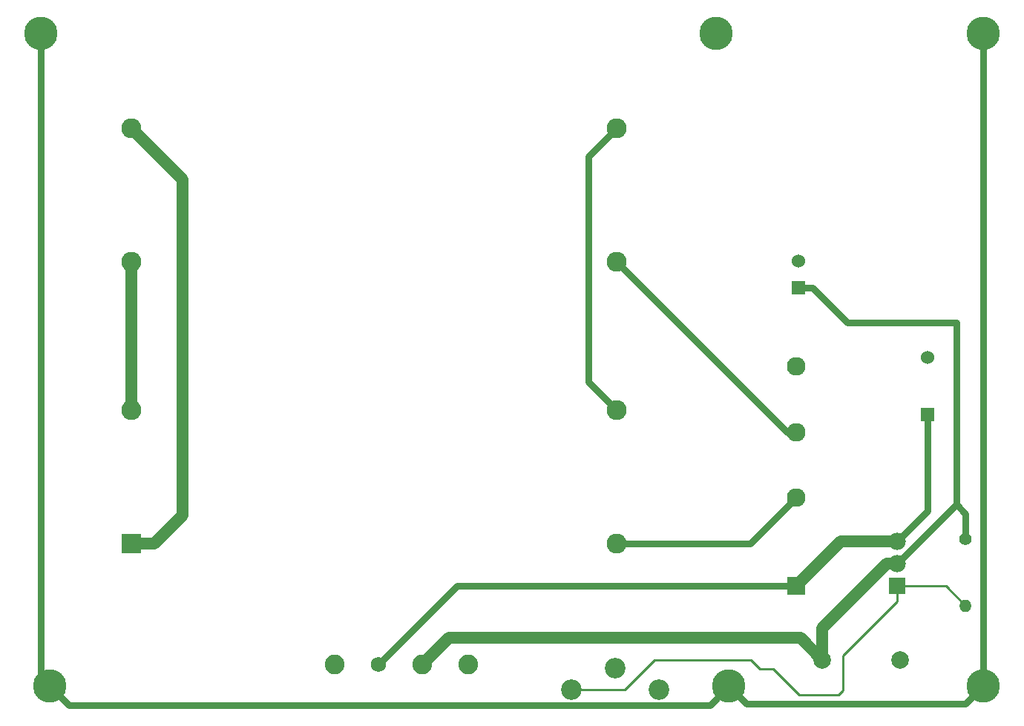
<source format=gtl>
G04 #@! TF.GenerationSoftware,KiCad,Pcbnew,8.0.3*
G04 #@! TF.CreationDate,2024-06-16T23:51:53-05:00*
G04 #@! TF.ProjectId,Linear Power Supply - Summer 2024,4c696e65-6172-4205-906f-776572205375,rev?*
G04 #@! TF.SameCoordinates,Original*
G04 #@! TF.FileFunction,Copper,L1,Top*
G04 #@! TF.FilePolarity,Positive*
%FSLAX46Y46*%
G04 Gerber Fmt 4.6, Leading zero omitted, Abs format (unit mm)*
G04 Created by KiCad (PCBNEW 8.0.3) date 2024-06-16 23:51:53*
%MOMM*%
%LPD*%
G01*
G04 APERTURE LIST*
G04 #@! TA.AperFunction,ComponentPad*
%ADD10R,1.524000X1.524000*%
G04 #@! TD*
G04 #@! TA.AperFunction,ComponentPad*
%ADD11C,1.524000*%
G04 #@! TD*
G04 #@! TA.AperFunction,ComponentPad*
%ADD12C,1.980000*%
G04 #@! TD*
G04 #@! TA.AperFunction,ComponentPad*
%ADD13R,1.980000X1.980000*%
G04 #@! TD*
G04 #@! TA.AperFunction,ComponentPad*
%ADD14C,2.130000*%
G04 #@! TD*
G04 #@! TA.AperFunction,ComponentPad*
%ADD15R,2.130000X2.130000*%
G04 #@! TD*
G04 #@! TA.AperFunction,ComponentPad*
%ADD16C,3.800000*%
G04 #@! TD*
G04 #@! TA.AperFunction,ComponentPad*
%ADD17C,1.400000*%
G04 #@! TD*
G04 #@! TA.AperFunction,ComponentPad*
%ADD18O,1.400000X1.400000*%
G04 #@! TD*
G04 #@! TA.AperFunction,ComponentPad*
%ADD19C,2.340000*%
G04 #@! TD*
G04 #@! TA.AperFunction,ComponentPad*
%ADD20R,2.286000X2.286000*%
G04 #@! TD*
G04 #@! TA.AperFunction,ComponentPad*
%ADD21C,2.286000*%
G04 #@! TD*
G04 #@! TA.AperFunction,ViaPad*
%ADD22C,2.250000*%
G04 #@! TD*
G04 #@! TA.AperFunction,ViaPad*
%ADD23C,1.750000*%
G04 #@! TD*
G04 #@! TA.AperFunction,ViaPad*
%ADD24C,2.000000*%
G04 #@! TD*
G04 #@! TA.AperFunction,Conductor*
%ADD25C,0.800000*%
G04 #@! TD*
G04 #@! TA.AperFunction,Conductor*
%ADD26C,1.350000*%
G04 #@! TD*
G04 #@! TA.AperFunction,Conductor*
%ADD27C,0.254000*%
G04 #@! TD*
G04 APERTURE END LIST*
D10*
X204186000Y-100503700D03*
D11*
X204186000Y-94003700D03*
D10*
X189436000Y-86000000D03*
D11*
X189436000Y-83000000D03*
D12*
X200686000Y-114953700D03*
X200686000Y-117503700D03*
D13*
X200686000Y-120053700D03*
D14*
X189186000Y-95003700D03*
X189186000Y-102503700D03*
X189186000Y-110003700D03*
D15*
X189186000Y-120003700D03*
D16*
X104000000Y-131500000D03*
X210500000Y-57000000D03*
D17*
X208500000Y-114690000D03*
D18*
X208500000Y-122310000D03*
D19*
X173500000Y-131900000D03*
X168500000Y-129400000D03*
X163500000Y-131900000D03*
D16*
X103000000Y-57000000D03*
D20*
X113314000Y-115236300D03*
D21*
X113314000Y-99996300D03*
X113314000Y-67763700D03*
X113314000Y-83003700D03*
X168686000Y-115236300D03*
X168686000Y-99996300D03*
X168686000Y-67763700D03*
X168686000Y-83003700D03*
D16*
X181500000Y-131500000D03*
X210500000Y-131464466D03*
X180000000Y-57000000D03*
D22*
X136500000Y-129000000D03*
X146500000Y-129000000D03*
D23*
X141500000Y-129000000D03*
D22*
X151750000Y-129000000D03*
D24*
X192150000Y-128500000D03*
X201000000Y-128500000D03*
D25*
X150496300Y-120003700D02*
X189186000Y-120003700D01*
X141500000Y-129000000D02*
X150496300Y-120003700D01*
D26*
X189650000Y-126000000D02*
X192150000Y-128500000D01*
X149500000Y-126000000D02*
X189650000Y-126000000D01*
X146500000Y-129000000D02*
X149500000Y-126000000D01*
D25*
X179330000Y-133670000D02*
X181500000Y-131500000D01*
X106170000Y-133670000D02*
X179330000Y-133670000D01*
X104000000Y-131500000D02*
X106170000Y-133670000D01*
X103000000Y-130500000D02*
X104000000Y-131500000D01*
X103000000Y-57000000D02*
X103000000Y-130500000D01*
X209500000Y-56000000D02*
X210500000Y-57000000D01*
X210500000Y-131464466D02*
X210500000Y-57000000D01*
X208464466Y-133500000D02*
X210500000Y-131464466D01*
X183500000Y-133500000D02*
X208464466Y-133500000D01*
D27*
X194500000Y-132000000D02*
X194500000Y-128000000D01*
X194500000Y-128000000D02*
X200686000Y-121814000D01*
X194000000Y-132500000D02*
X194500000Y-132000000D01*
X184000000Y-128500000D02*
X185000000Y-129500000D01*
X186500000Y-129500000D02*
X189500000Y-132500000D01*
X173000000Y-128500000D02*
X184000000Y-128500000D01*
X189500000Y-132500000D02*
X194000000Y-132500000D01*
X169600000Y-131900000D02*
X173000000Y-128500000D01*
X163500000Y-131900000D02*
X169600000Y-131900000D01*
X185000000Y-129500000D02*
X186500000Y-129500000D01*
X200686000Y-121814000D02*
X200686000Y-120053700D01*
D25*
X195000000Y-90000000D02*
X191000000Y-86000000D01*
X206432300Y-90000000D02*
X195000000Y-90000000D01*
X191000000Y-86000000D02*
X189436000Y-86000000D01*
X206436000Y-90003700D02*
X206432300Y-90000000D01*
D26*
X194236000Y-114953700D02*
X200686000Y-114953700D01*
X189186000Y-120003700D02*
X194236000Y-114953700D01*
X192150000Y-124859700D02*
X199506000Y-117503700D01*
X192150000Y-128500000D02*
X192150000Y-124859700D01*
X199506000Y-117503700D02*
X200686000Y-117503700D01*
D27*
X208500000Y-122876662D02*
X208500000Y-122310000D01*
D25*
X183500000Y-133500000D02*
X181500000Y-131500000D01*
X211000000Y-56000000D02*
X211500000Y-56500000D01*
X103000000Y-132000000D02*
X103000000Y-131500000D01*
X168686000Y-115236300D02*
X183953400Y-115236300D01*
X183953400Y-115236300D02*
X189186000Y-110003700D01*
X168686000Y-83003700D02*
X188186000Y-102503700D01*
X188186000Y-102503700D02*
X189186000Y-102503700D01*
X200686000Y-114953700D02*
X204186000Y-111453700D01*
X204186000Y-111453700D02*
X204186000Y-100503700D01*
D27*
X206243700Y-120053700D02*
X208500000Y-122310000D01*
X200686000Y-120053700D02*
X206243700Y-120053700D01*
D25*
X207436000Y-90003700D02*
X206436000Y-90003700D01*
X200686000Y-117503700D02*
X207436000Y-110753700D01*
X208500000Y-114690000D02*
X208500000Y-111817700D01*
X208500000Y-111817700D02*
X207436000Y-110753700D01*
X207436000Y-110753700D02*
X207436000Y-90003700D01*
D26*
X113314000Y-99996300D02*
X113314000Y-83003700D01*
X113314000Y-115236300D02*
X115953400Y-115236300D01*
X119186000Y-73635700D02*
X113314000Y-67763700D01*
X119186000Y-112003700D02*
X119186000Y-73635700D01*
X115953400Y-115236300D02*
X119186000Y-112003700D01*
D25*
X165446000Y-71003700D02*
X168686000Y-67763700D01*
X168686000Y-99996300D02*
X165436000Y-96746300D01*
X165436000Y-71003700D02*
X165446000Y-71003700D01*
X165436000Y-96746300D02*
X165436000Y-71003700D01*
M02*

</source>
